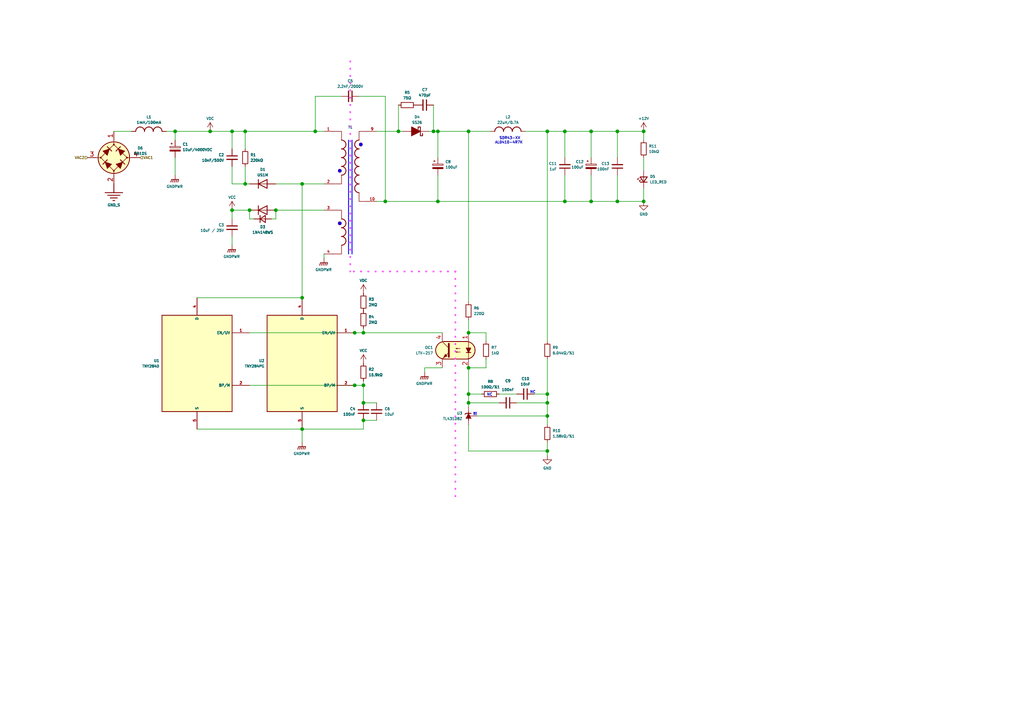
<source format=kicad_sch>
(kicad_sch (version 20230121) (generator eeschema)
  (paper "A4")
  (lib_symbols
    (symbol "0_Personal:1N4148WS" (pin_numbers hide) (pin_names (offset 0.254) hide)
      (property "Reference" "D6" (at 0 -2.3178 0))
      (property "Value" "1N4148WS" (at 0 -3.9055 0))
      (symbol "1N4148WS_0_1"
        (polyline (pts (xy -0.762 -1.016) (xy -0.762 1.016)) (stroke (width 0.254)))
        (polyline (pts (xy -0.762 0) (xy 0.762 0)))
        (polyline (pts (xy 0.762 -1.016) (xy -0.762 0) (xy 0.762 1.016) (xy 0.762 -1.016)) (stroke (width 0.254)))
      )
      (symbol "1N4148WS_1_1"
        (pin passive line (at -2.54 0 0) (length 1.778) (name "K") (number "1"))
        (pin passive line (at 2.54 0 180) (length 1.778) (name "A") (number "2"))
      )
    )
    (symbol "0_Personal:C_Polarized_Small" (pin_numbers hide) (pin_names (offset 0.254) hide)
      (property "Reference" "C" (at 0.254 1.778 0))
      (property "Value" "C_Polarized_Small" (at 0.254 -2.032 0))
      (symbol "C_Polarized_Small_0_1"
        (rectangle (start -1.524 -0.3048) (end 1.524 -0.6858) (fill (type outline)))
        (rectangle (start -1.524 0.6858) (end 1.524 0.3048))
        (polyline (pts (xy -1.27 1.524) (xy -0.762 1.524)))
        (polyline (pts (xy -1.016 1.27) (xy -1.016 1.778)))
      )
      (symbol "C_Polarized_Small_1_1"
        (pin passive line (at 0 2.54 270) (length 1.8542) (name "~") (number "1"))
        (pin passive line (at 0 -2.54 90) (length 1.8542) (name "~") (number "2"))
      )
    )
    (symbol "0_Personal:C_Small" (pin_numbers hide) (pin_names (offset 0.254) hide)
      (property "Reference" "C" (at 0.254 1.778 0))
      (property "Value" "C_Small" (at 0.254 -2.032 0))
      (symbol "C_Small_0_1"
        (polyline (pts (xy -1.524 -0.508) (xy 1.524 -0.508)) (stroke (width 0.3302)))
        (polyline (pts (xy -1.524 0.508) (xy 1.524 0.508)) (stroke (width 0.3048)))
      )
      (symbol "C_Small_1_1"
        (pin passive line (at 0 2.54 270) (length 2.032) (name "~") (number "1"))
        (pin passive line (at 0 -2.54 90) (length 2.032) (name "~") (number "2"))
      )
    )
    (symbol "0_Personal:LED_603" (pin_numbers hide) (pin_names (offset 0.254) hide)
      (property "Reference" "D5" (at 1.2756 -1.778 90))
      (property "Value" "LED_RED" (at -1.1486 -1.778 90))
      (symbol "LED_603_0_1"
        (polyline (pts (xy -0.762 -1.016) (xy -0.762 1.016)) (stroke (width 0.254)))
        (polyline (pts (xy 1.016 0) (xy -0.762 0)))
        (polyline (pts (xy 0.762 -1.016) (xy -0.762 0) (xy 0.762 1.016) (xy 0.762 -1.016)) (stroke (width 0.254)))
        (polyline (pts (xy 0 0.762) (xy -0.508 1.27) (xy -0.254 1.27) (xy -0.508 1.27) (xy -0.508 1.016)))
        (polyline (pts (xy 0.508 1.27) (xy 0 1.778) (xy 0.254 1.778) (xy 0 1.778) (xy 0 1.524)))
      )
      (symbol "LED_603_1_1"
        (pin passive line (at -2.54 0 0) (length 1.778) (name "K") (number "1"))
        (pin passive line (at 2.54 0 180) (length 1.778) (name "A") (number "2"))
      )
    )
    (symbol "0_Personal:LL4148" (pin_numbers hide) (pin_names (offset 1.016) hide)
      (property "Reference" "D" (at 0 2.54 0))
      (property "Value" "LL4148" (at 0 -2.54 0))
      (symbol "LL4148_0_1"
        (polyline (pts (xy -1.27 1.27) (xy -1.27 -1.27)) (stroke (width 0.254)))
        (polyline (pts (xy 1.27 0) (xy -1.27 0)))
        (polyline (pts (xy 1.27 1.27) (xy 1.27 -1.27) (xy -1.27 0) (xy 1.27 1.27)) (stroke (width 0.254)))
      )
      (symbol "LL4148_1_1"
        (pin passive line (at -3.81 0 0) (length 2.54) (name "K") (number "1"))
        (pin passive line (at 3.81 0 180) (length 2.54) (name "A") (number "2"))
      )
    )
    (symbol "0_Personal:L_1mH/100mA"
      (property "Reference" "L1" (at 5.08 2.5718 0))
      (symbol "L_1mH/100mA_1_0"
        (arc (start 2.54 1.27) (mid 1.642 0.898) (end 1.27 0) (stroke (width 0.254)))
        (arc (start 3.81 0) (mid 3.438 0.898) (end 2.54 1.27) (stroke (width 0.254)))
        (arc (start 5.08 1.27) (mid 4.182 0.898) (end 3.81 0) (stroke (width 0.254)))
        (arc (start 6.35 0) (mid 5.978 0.898) (end 5.08 1.27) (stroke (width 0.254)))
        (arc (start 7.62 1.27) (mid 6.722 0.898) (end 6.35 0) (stroke (width 0.254)))
        (arc (start 8.89 0) (mid 8.518 0.898) (end 7.62 1.27) (stroke (width 0.254)))
        (pin passive line (at 0 0 0) (length 1.27) (name "1") (number "1"))
        (pin passive line (at 10.16 0 180) (length 1.27) (name "2") (number "2"))
      )
    )
    (symbol "0_Personal:R_Small" (pin_numbers hide) (pin_names (offset 0.254) hide)
      (property "Reference" "R" (at 0.762 0.508 0))
      (property "Value" "R_Small" (at 0.762 -1.016 0))
      (symbol "R_Small_0_1"
        (rectangle (start -0.762 1.778) (end 0.762 -1.778) (stroke (width 0.2032)))
      )
      (symbol "R_Small_1_1"
        (pin passive line (at 0 2.54 270) (length 0.762) (name "~") (number "1"))
        (pin passive line (at 0 -2.54 90) (length 0.762) (name "~") (number "2"))
      )
    )
    (symbol "0_Personal:TNY284DPG"
      (property "Reference" "U2" (at -10.922 -17.8379 0))
      (property "Value" "TNY284D" (at -10.922 -20.2621 0))
      (symbol "TNY284DPG_1_0"
        (rectangle (start 10.16 -5.08) (end -10.16 -33.02) (stroke (width 0.254)) (fill (type background)))
        (pin passive line (at 15.24 -10.16 180) (length 5.08) (name "EN/UV") (number "1"))
        (pin passive line (at 15.24 -25.4 180) (length 5.08) (name "BP/M") (number "2"))
        (pin passive line (at 0 0 270) (length 5.08) (name "D") (number "4"))
        (pin passive line (at 0 -38.1 90) (length 5.08) (name "S") (number "5"))
      )
    )
    (symbol "0_Personal:TNY284D_SMD"
      (property "Reference" "U1" (at -10.16 -10.16 0))
      (property "Value" "TNY284D" (at -10.16 -7.62 0))
      (symbol "TNY284D_SMD_1_0"
        (rectangle (start 10.16 -5.08) (end -10.16 -33.02) (stroke (width 0.254)) (fill (type background)))
        (pin passive line (at 15.24 -10.16 180) (length 5.08) (name "EN/UV") (number "1"))
        (pin passive line (at 15.24 -25.4 180) (length 5.08) (name "BP/M") (number "2"))
        (pin passive line (at 0 0 270) (length 5.08) (name "D") (number "4"))
        (pin passive line (at 0 -38.1 90) (length 5.08) (name "S") (number "5"))
      )
    )
    (symbol "0_Personal:US1M" (pin_numbers hide) (pin_names (offset 1.016) hide)
      (property "Reference" "D" (at 0 2.54 0))
      (property "Value" "US1M" (at 0 -2.54 0))
      (symbol "US1M_0_1"
        (polyline (pts (xy -1.27 1.27) (xy -1.27 -1.27)) (stroke (width 0.254)))
        (polyline (pts (xy 1.27 0) (xy -1.27 0)))
        (polyline (pts (xy 1.27 1.27) (xy 1.27 -1.27) (xy -1.27 0) (xy 1.27 1.27)) (stroke (width 0.254)))
      )
      (symbol "US1M_1_1"
        (pin passive line (at -3.81 0 0) (length 2.54) (name "K") (number "1"))
        (pin passive line (at 3.81 0 180) (length 2.54) (name "A") (number "2"))
      )
    )
    (symbol "0_Personal:smps_trafo_3Winding_TNY284"
      (property "Reference" "T1" (at 2.286 0.762 0))
      (symbol "smps_trafo_3Winding_TNY284_0_1"
        (polyline (pts (xy 2.54 -22.86) (xy 5.08 -22.86) (xy 5.08 -25.4)))
        (polyline (pts (xy 5.08 -33.02) (xy 5.08 -35.56) (xy 2.54 -35.56)))
        (polyline (pts (xy 5.08 -12.7) (xy 5.08 -15.24) (xy 2.54 -15.24)))
        (polyline (pts (xy 5.08 -2.54) (xy 5.08 0) (xy 2.54 0)))
        (polyline (pts (xy 12.7 -20.32) (xy 10.16 -20.32) (xy 10.16 -17.78)))
        (polyline (pts (xy 12.7 0) (xy 10.16 0) (xy 10.16 -2.54)))
      )
      (symbol "smps_trafo_3Winding_TNY284_1_0"
        (polyline (pts (xy 7.112 -15.24) (xy 7.112 -35.56)) (stroke (width 0.254) (color 0 0 255 1)))
        (polyline (pts (xy 7.112 -2.54) (xy 7.112 -15.24)) (stroke (width 0.254) (color 0 0 255 1)))
        (polyline (pts (xy 8.128 -2.54) (xy 8.128 -35.56)) (stroke (width 0.254) (color 0 0 255 1)))
        (circle (center 4.572 -26.67) (radius 0.508) (stroke (width 0.0001)) (fill (type color) (color 0 0 255 1)))
        (circle (center 4.572 -11.43) (radius 0.508) (stroke (width 0.0001)) (fill (type color) (color 0 0 255 1)))
        (arc (start 5.08 -33.02) (mid 6.3445 -31.75) (end 5.08 -30.48) (stroke (width 0.254)))
        (arc (start 5.08 -30.48) (mid 6.3445 -29.21) (end 5.08 -27.94) (stroke (width 0.254)))
        (arc (start 5.08 -27.94) (mid 6.3445 -26.67) (end 5.08 -25.4) (stroke (width 0.254)))
        (arc (start 5.08 -12.7) (mid 6.3445 -11.43) (end 5.08 -10.16) (stroke (width 0.254)))
        (arc (start 5.08 -10.16) (mid 6.3445 -8.89) (end 5.08 -7.62) (stroke (width 0.254)))
        (arc (start 5.08 -7.62) (mid 6.3445 -6.35) (end 5.08 -5.08) (stroke (width 0.254)))
        (arc (start 5.08 -5.08) (mid 6.3445 -3.81) (end 5.08 -2.54) (stroke (width 0.254)))
        (arc (start 10.16 -15.24) (mid 8.8955 -16.51) (end 10.16 -17.78) (stroke (width 0.254)))
        (arc (start 10.16 -12.7) (mid 8.8955 -13.97) (end 10.16 -15.24) (stroke (width 0.254)))
        (arc (start 10.16 -10.16) (mid 8.8955 -11.43) (end 10.16 -12.7) (stroke (width 0.254)))
        (arc (start 10.16 -7.62) (mid 8.8955 -8.89) (end 10.16 -10.16) (stroke (width 0.254)))
        (arc (start 10.16 -5.08) (mid 8.8955 -6.35) (end 10.16 -7.62) (stroke (width 0.254)))
        (arc (start 10.16 -2.54) (mid 8.8955 -3.81) (end 10.16 -5.08) (stroke (width 0.254)))
        (circle (center 10.668 -3.81) (radius 0.508) (stroke (width 0.0001)) (fill (type color) (color 0 0 255 1)))
        (pin passive line (at 0 0 0) (length 2.54) (name "1") (number "1"))
        (pin passive line (at 15.24 -20.32 180) (length 2.54) (name "10") (number "10"))
        (pin passive line (at 0 -15.24 0) (length 2.54) (name "2") (number "2"))
        (pin passive line (at 0 -22.86 0) (length 2.54) (name "3") (number "3"))
        (pin passive line (at 0 -35.56 0) (length 2.54) (name "4") (number "4"))
        (pin passive line (at 15.24 0 180) (length 2.54) (name "9") (number "9"))
      )
    )
    (symbol "Diode_Bridge_AKL:MB10S" (pin_names (offset 1.016) hide)
      (property "Reference" "D" (at 5.08 7.62 0))
      (property "Value" "MB10S" (at 5.08 5.08 0))
      (symbol "MB10S_0_1"
        (circle (center -3.81 0) (radius 0.1778) (fill (type outline)))
        (polyline (pts (xy -5.08 0) (xy -3.81 0)))
        (polyline (pts (xy -1.905 -0.635) (xy -3.175 -1.905)) (stroke (width 0.254)))
        (polyline (pts (xy -1.905 3.175) (xy -0.635 1.905)) (stroke (width 0.254)))
        (polyline (pts (xy 0 -5.08) (xy 0 -3.81)))
        (polyline (pts (xy 0 5.08) (xy 0 3.81)))
        (polyline (pts (xy 1.905 3.175) (xy 0.635 1.905)) (stroke (width 0.254)))
        (polyline (pts (xy 3.175 -1.905) (xy 1.905 -0.635)) (stroke (width 0.254)))
        (polyline (pts (xy 5.08 0) (xy 3.81 0)))
        (polyline (pts (xy -2.54 -1.27) (xy -1.905 -3.175) (xy -0.635 -1.905) (xy -2.54 -1.27)) (fill (type outline)))
        (polyline (pts (xy -1.27 2.54) (xy -1.905 0.635) (xy -3.175 1.905) (xy -1.27 2.54)) (fill (type outline)))
        (polyline (pts (xy 1.27 2.54) (xy 3.175 1.905) (xy 1.905 0.635) (xy 1.27 2.54)) (fill (type outline)))
        (polyline (pts (xy 2.54 -1.27) (xy 0.635 -1.905) (xy 1.905 -3.175) (xy 2.54 -1.27)) (fill (type outline)))
        (polyline (pts (xy 0 3.81) (xy -3.81 0) (xy 0 -3.81) (xy 3.81 0) (xy 0 3.81)))
        (circle (center 0 0) (radius 4.572) (stroke (width 0.254)) (fill (type background)))
      )
      (symbol "MB10S_1_1"
        (circle (center 0 -3.81) (radius 0.1778) (fill (type outline)))
        (circle (center 0 3.81) (radius 0.1778) (fill (type outline)))
        (circle (center 3.81 0) (radius 0.1778) (fill (type outline)))
        (pin passive line (at 0 7.62 270) (length 2.54) (name "+") (number "1"))
        (pin passive line (at 0 -7.62 90) (length 2.54) (name "-") (number "2"))
        (pin passive line (at -7.62 0 0) (length 2.54) (name "1") (number "3"))
        (pin passive line (at 7.62 0 180) (length 2.54) (name "2") (number "4"))
      )
    )
    (symbol "Diode_Schottky_AKL:SS26" (pin_numbers hide) (pin_names (offset 1.016) hide)
      (property "Reference" "D" (at 0 5.08 0))
      (property "Value" "SS26" (at 0 2.54 0))
      (symbol "SS26_0_1"
        (polyline (pts (xy -1.27 0) (xy 1.27 0)))
        (polyline (pts (xy -1.27 -1.27) (xy -1.27 1.27) (xy 1.27 0) (xy -1.27 -1.27)) (stroke (width 0.254)) (fill (type outline)))
        (polyline (pts (xy 1.905 -0.635) (xy 1.905 -1.27) (xy 1.27 -1.27) (xy 1.27 1.27) (xy 0.635 1.27) (xy 0.635 0.635)) (stroke (width 0.254)))
      )
      (symbol "SS26_1_1"
        (pin passive line (at 3.81 0 180) (length 2.54) (name "K") (number "1"))
        (pin passive line (at -3.81 0 0) (length 2.54) (name "A") (number "2"))
      )
    )
    (symbol "MPPT_3KW_HARDWARE_NOAC-altium-import:GND_S" (power)
      (property "Reference" "#PWR" (at 0 0 0))
      (property "Value" "GND_S" (at 0 6.35 0))
      (symbol "GND_S_0_0"
        (polyline (pts (xy -2.54 -2.54) (xy 2.54 -2.54)) (stroke (width 0.254)))
        (polyline (pts (xy -1.778 -3.302) (xy 1.778 -3.302)) (stroke (width 0.254)))
        (polyline (pts (xy -1.016 -4.064) (xy 1.016 -4.064)) (stroke (width 0.254)))
        (polyline (pts (xy -0.254 -4.826) (xy 0.254 -4.826)) (stroke (width 0.254)))
        (polyline (pts (xy 0 0) (xy 0 -2.54)) (stroke (width 0.254)))
        (pin power_in line (at 0 0 0) (length 0) hide (name "GND_S") (number ""))
      )
    )
    (symbol "Optocoupler_AKL:LTV-217" (pin_names (offset 1.016))
      (property "Reference" "OC" (at -6.35 8.89 0))
      (property "Value" "LTV-217" (at -6.35 6.35 0))
      (symbol "LTV-217_0_1"
        (arc (start -3.1975 2.54) (mid -5.7151 0) (end -3.1975 -2.54) (stroke (width 0.254)))
        (polyline (pts (xy -4.445 -0.635) (xy -3.175 -0.635)) (stroke (width 0.254)))
        (polyline (pts (xy -3.175 2.54) (xy 3.175 2.54)) (stroke (width 0.254)))
        (polyline (pts (xy 1.905 0.635) (xy 3.81 2.54)))
        (polyline (pts (xy 3.175 -2.54) (xy -3.175 -2.54)) (stroke (width 0.254)))
        (polyline (pts (xy 3.81 -2.54) (xy 1.905 -0.635)) (fill (type outline)))
        (polyline (pts (xy -3.81 -2.54) (xy -3.81 -1.27) (xy -3.81 2.54)) (stroke (width 0.1524)))
        (polyline (pts (xy 1.905 1.905) (xy 1.905 -1.905) (xy 1.905 -1.905)) (stroke (width 0.508)))
        (polyline (pts (xy -3.81 -0.635) (xy -4.445 0.635) (xy -3.175 0.635) (xy -3.81 -0.635)) (stroke (width 0.254)) (fill (type outline)))
        (polyline (pts (xy -1.397 -0.508) (xy -0.127 -0.508) (xy -0.508 -0.635) (xy -0.508 -0.381) (xy -0.127 -0.508)))
        (polyline (pts (xy -1.397 0.508) (xy -0.127 0.508) (xy -0.508 0.381) (xy -0.508 0.635) (xy -0.127 0.508)))
        (polyline (pts (xy 2.413 -1.651) (xy 2.921 -1.143) (xy 3.429 -2.159) (xy 2.413 -1.651) (xy 2.413 -1.651)) (fill (type outline)))
        (polyline (pts (xy -2.54 2.54) (xy 3.429 2.54) (xy 4.318 2.286) (xy 4.699 2.032) (xy 5.08 1.651) (xy 5.461 1.016) (xy 5.715 0.381) (xy 5.715 -0.381) (xy 5.461 -1.143) (xy 4.826 -1.905) (xy 4.191 -2.286) (xy 3.302 -2.54) (xy -3.81 -2.54) (xy -3.81 -2.54) (xy -4.572 -2.032) (xy -5.08 -1.778) (xy -5.588 -0.508) (xy -5.588 0.254) (xy -5.588 1.016) (xy -5.08 1.778) (xy -4.318 2.286) (xy -3.556 2.54) (xy -2.54 2.54)) (stroke (width 0.01)) (fill (type background)))
        (arc (start 3.1975 -2.54) (mid 5.7151 0) (end 3.1975 2.54) (stroke (width 0.254)))
      )
      (symbol "LTV-217_1_1"
        (pin passive line (at -3.81 5.08 270) (length 2.54) (name "~") (number "1"))
        (pin passive line (at -3.81 -5.08 90) (length 2.54) (name "~") (number "2"))
        (pin passive line (at 3.81 -5.08 90) (length 2.54) (name "~") (number "3"))
        (pin passive line (at 3.81 5.08 270) (length 2.54) (name "~") (number "4"))
      )
    )
    (symbol "Reference_Voltage:TL431DBZ" (pin_numbers hide) (pin_names hide)
      (property "Reference" "U2" (at -2.54 -5.08 0))
      (property "Value" "TL431DBZ" (at 0 -7.62 0))
      (symbol "TL431DBZ_0_1"
        (polyline (pts (xy -1.27 0) (xy 0 0) (xy 1.27 0)))
        (polyline (pts (xy -0.762 0.762) (xy 0.762 0) (xy -0.762 -0.762)) (fill (type outline)))
        (polyline (pts (xy 0.508 -1.016) (xy 0.762 -0.762) (xy 0.762 0.762) (xy 0.762 0.762)) (stroke (width 0.254)))
      )
      (symbol "TL431DBZ_1_1"
        (pin passive line (at 2.54 0 180) (length 2.54) (name "K") (number "1"))
        (pin passive line (at 0 2.54 270) (length 2.54) (name "REF") (number "2"))
        (pin passive line (at -2.54 0 0) (length 2.54) (name "A") (number "3"))
      )
    )
    (symbol "power:+12V" (power) (pin_names (offset 0))
      (property "Value" "+12V" (at 0 3.556 0))
      (symbol "+12V_0_1"
        (polyline (pts (xy -0.762 1.27) (xy 0 2.54)))
        (polyline (pts (xy 0 0) (xy 0 2.54)))
        (polyline (pts (xy 0 2.54) (xy 0.762 1.27)))
      )
      (symbol "+12V_1_1"
        (pin power_in line (at 0 0 90) (length 0) hide (name "+12V") (number "1"))
      )
    )
    (symbol "power:GND" (power) (pin_names (offset 0))
      (property "Value" "GND" (at 0 -3.81 0))
      (symbol "GND_0_1"
        (polyline (pts (xy 0 0) (xy 0 -1.27) (xy 1.27 -1.27) (xy 0 -2.54) (xy -1.27 -1.27) (xy 0 -1.27)))
      )
      (symbol "GND_1_1"
        (pin power_in line (at 0 0 270) (length 0) hide (name "GND") (number "1"))
      )
    )
    (symbol "power:GNDPWR" (power) (pin_names (offset 0))
      (property "Value" "GNDPWR" (at 0 -3.302 0))
      (symbol "GNDPWR_0_1"
        (polyline (pts (xy 0 -1.27) (xy 0 0)))
        (polyline (pts (xy -1.016 -1.27) (xy -1.27 -2.032) (xy -1.27 -2.032)) (stroke (width 0.2032)))
        (polyline (pts (xy -0.508 -1.27) (xy -0.762 -2.032) (xy -0.762 -2.032)) (stroke (width 0.2032)))
        (polyline (pts (xy 0 -1.27) (xy -0.254 -2.032) (xy -0.254 -2.032)) (stroke (width 0.2032)))
        (polyline (pts (xy 0.508 -1.27) (xy 0.254 -2.032) (xy 0.254 -2.032)) (stroke (width 0.2032)))
        (polyline (pts (xy 1.016 -1.27) (xy -1.016 -1.27) (xy -1.016 -1.27)) (stroke (width 0.2032)))
        (polyline (pts (xy 1.016 -1.27) (xy 0.762 -2.032) (xy 0.762 -2.032) (xy 0.762 -2.032)) (stroke (width 0.2032)))
      )
      (symbol "GNDPWR_1_1"
        (pin power_in line (at 0 0 270) (length 0) hide (name "GNDPWR") (number "1"))
      )
    )
    (symbol "power:VCC" (power) (pin_names (offset 0))
      (property "Value" "VCC" (at 0 3.81 0))
      (symbol "VCC_0_1"
        (polyline (pts (xy -0.762 1.27) (xy 0 2.54)))
        (polyline (pts (xy 0 0) (xy 0 2.54)))
        (polyline (pts (xy 0 2.54) (xy 0.762 1.27)))
      )
      (symbol "VCC_1_1"
        (pin power_in line (at 0 0 90) (length 0) hide (name "VCC") (number "1"))
      )
    )
    (symbol "power:VDC" (power) (pin_names (offset 0))
      (property "Value" "VDC" (at 0 6.35 0))
      (symbol "VDC_0_1"
        (polyline (pts (xy -0.762 1.27) (xy 0 2.54)))
        (polyline (pts (xy 0 0) (xy 0 2.54)))
        (polyline (pts (xy 0 2.54) (xy 0.762 1.27)))
      )
      (symbol "VDC_1_1"
        (pin power_in line (at 0 0 90) (length 0) hide (name "VDC") (number "1"))
      )
    )
    (symbol "root_0_Inductor_2"
      (property "Reference" "L1" (at 5.08 4.1596 0))
      (property "Value" "22uH/0.7A" (at 5.08 2.5719 0))
      (symbol "root_0_Inductor_2_1_0"
        (arc (start 2.54 1.27) (mid 1.642 0.898) (end 1.27 0) (stroke (width 0.254)))
        (arc (start 3.81 0) (mid 3.438 0.898) (end 2.54 1.27) (stroke (width 0.254)))
        (arc (start 5.08 1.27) (mid 4.182 0.898) (end 3.81 0) (stroke (width 0.254)))
        (arc (start 6.35 0) (mid 5.978 0.898) (end 5.08 1.27) (stroke (width 0.254)))
        (arc (start 7.62 1.27) (mid 6.722 0.898) (end 6.35 0) (stroke (width 0.254)))
        (arc (start 8.89 0) (mid 8.518 0.898) (end 7.62 1.27) (stroke (width 0.254)))
        (pin passive line (at 0 0 0) (length 1.27) (name "1") (number "1"))
        (pin passive line (at 10.16 0 180) (length 1.27) (name "2") (number "2"))
      )
    )
  )
  (junction (at 87.63 124.46))
  (junction (at 163.83 58.42))
  (junction (at 60.96 38.1))
  (junction (at 158.75 120.65))
  (junction (at 179.07 58.42))
  (junction (at 127 38.1))
  (junction (at 115.57 38.1))
  (junction (at 179.07 38.1))
  (junction (at 87.63 86.36))
  (junction (at 67.31 60.96))
  (junction (at 102.87 96.52))
  (junction (at 111.76 58.42))
  (junction (at 127 58.42))
  (junction (at 186.69 58.42))
  (junction (at 71.12 38.1))
  (junction (at 105.41 116.84))
  (junction (at 102.87 111.76))
  (junction (at 135.89 116.84))
  (junction (at 158.75 116.84))
  (junction (at 135.89 114.3))
  (junction (at 105.41 96.52))
  (junction (at 158.75 130.81))
  (junction (at 163.83 38.1))
  (junction (at 135.89 106.68))
  (junction (at 80.01 60.96))
  (junction (at 67.31 38.1))
  (junction (at 125.73 38.1))
  (junction (at 135.89 96.52))
  (junction (at 158.75 114.3))
  (junction (at 186.69 38.1))
  (junction (at 72.39 60.96))
  (junction (at 135.89 38.1))
  (junction (at 171.45 58.42))
  (junction (at 105.41 121.92))
  (junction (at 158.75 38.1))
  (junction (at 105.41 111.76))
  (junction (at 50.8 38.1))
  (junction (at 71.12 53.34))
  (junction (at 87.63 53.34))
  (junction (at 171.45 38.1))
  (junction (at 91.44 38.1))
  (wire (pts (xy 140.97 106.68) (xy 135.89 106.68)))
  (wire (pts (xy 158.75 114.3) (xy 158.75 116.84)))
  (wire (pts (xy 135.89 114.3) (xy 135.89 116.84)))
  (wire (pts (xy 60.96 38.1) (xy 67.31 38.1)))
  (wire (pts (xy 163.83 58.42) (xy 127 58.42)))
  (wire (pts (xy 142.24 38.1) (xy 135.89 38.1)))
  (wire (pts (xy 158.75 99.06) (xy 158.75 38.1)))
  (wire (pts (xy 67.31 60.96) (xy 72.39 60.96)))
  (wire (pts (xy 186.69 45.72) (xy 186.69 49.53)))
  (wire (pts (xy 57.15 124.46) (xy 87.63 124.46)))
  (wire (pts (xy 73.66 63.5) (xy 72.39 63.5)))
  (wire (pts (xy 57.15 86.36) (xy 87.63 86.36)))
  (wire (pts (xy 71.12 48.26) (xy 71.12 53.34)))
  (wire (pts (xy 50.8 38.1) (xy 50.8 40.64)))
  (wire (pts (xy 80.01 60.96) (xy 93.98 60.96)))
  (wire (pts (xy 71.12 53.34) (xy 67.31 53.34)))
  (wire (pts (xy 111.76 58.42) (xy 109.22 58.42)))
  (wire (pts (xy 132.08 78.74) (xy 101.6 78.74)) (stroke (width 0.5) (type dot) (color 253 72 255 1)))
  (wire (pts (xy 93.98 38.1) (xy 91.44 38.1)))
  (wire (pts (xy 171.45 58.42) (xy 163.83 58.42)))
  (wire (pts (xy 115.57 38.1) (xy 115.57 30.48)))
  (wire (pts (xy 105.41 95.25) (xy 105.41 96.52)))
  (wire (pts (xy 125.73 38.1) (xy 127 38.1)))
  (wire (pts (xy 105.41 121.92) (xy 105.41 124.46)))
  (wire (pts (xy 93.98 74.93) (xy 93.98 73.66)))
  (wire (pts (xy 149.86 116.84) (xy 158.75 116.84)))
  (wire (pts (xy 140.97 96.52) (xy 135.89 96.52)))
  (wire (pts (xy 105.41 110.49) (xy 105.41 111.76)))
  (wire (pts (xy 127 38.1) (xy 135.89 38.1)))
  (wire (pts (xy 72.39 96.52) (xy 102.87 96.52)))
  (wire (pts (xy 123.19 107.95) (xy 123.19 106.68)))
  (wire (pts (xy 71.12 38.1) (xy 67.31 38.1)))
  (wire (pts (xy 109.22 38.1) (xy 115.57 38.1)))
  (wire (pts (xy 71.12 53.34) (xy 72.39 53.34)))
  (wire (pts (xy 158.75 120.65) (xy 158.75 123.19)))
  (wire (pts (xy 50.8 50.8) (xy 50.8 45.72)))
  (wire (pts (xy 80.01 63.5) (xy 80.01 60.96)))
  (wire (pts (xy 127 50.8) (xy 127 58.42)))
  (wire (pts (xy 105.41 124.46) (xy 87.63 124.46)))
  (wire (pts (xy 125.73 30.48) (xy 125.73 38.1)))
  (wire (pts (xy 125.73 38.1) (xy 124.46 38.1)))
  (wire (pts (xy 140.97 96.52) (xy 140.97 99.06)))
  (wire (pts (xy 135.89 92.71) (xy 135.89 96.52)))
  (wire (pts (xy 101.6 17.78) (xy 101.6 78.74)) (stroke (width 0.5) (type dot) (color 253 72 255 1)))
  (wire (pts (xy 50.8 38.1) (xy 60.96 38.1)))
  (wire (pts (xy 138.43 120.65) (xy 158.75 120.65)))
  (wire (pts (xy 102.87 96.52) (xy 105.41 96.52)))
  (wire (pts (xy 78.74 63.5) (xy 80.01 63.5)))
  (wire (pts (xy 135.89 116.84) (xy 135.89 118.11)))
  (wire (pts (xy 135.89 130.81) (xy 158.75 130.81)))
  (wire (pts (xy 135.89 123.19) (xy 135.89 130.81)))
  (wire (pts (xy 67.31 63.5) (xy 67.31 60.96)))
  (wire (pts (xy 171.45 58.42) (xy 179.07 58.42)))
  (wire (pts (xy 111.76 27.94) (xy 111.76 58.42)))
  (wire (pts (xy 109.22 121.92) (xy 105.41 121.92)))
  (wire (pts (xy 50.8 38.1) (xy 48.26 38.1)))
  (wire (pts (xy 144.78 116.84) (xy 135.89 116.84)))
  (wire (pts (xy 109.22 116.84) (xy 105.41 116.84)))
  (wire (pts (xy 158.75 104.14) (xy 158.75 114.3)))
  (wire (pts (xy 67.31 38.1) (xy 67.31 43.18)))
  (wire (pts (xy 115.57 38.1) (xy 116.84 38.1)))
  (wire (pts (xy 87.63 86.36) (xy 87.63 53.34)))
  (wire (pts (xy 179.07 50.8) (xy 179.07 58.42)))
  (wire (pts (xy 179.07 58.42) (xy 186.69 58.42)))
  (wire (pts (xy 135.89 106.68) (xy 135.89 114.3)))
  (wire (pts (xy 91.44 38.1) (xy 71.12 38.1)))
  (wire (pts (xy 132.08 78.74) (xy 132.08 144.78)) (stroke (width 0.5) (type dot) (color 253 72 255 1)))
  (wire (pts (xy 158.75 128.27) (xy 158.75 130.81)))
  (wire (pts (xy 163.83 50.8) (xy 163.83 58.42)))
  (wire (pts (xy 171.45 38.1) (xy 179.07 38.1)))
  (wire (pts (xy 163.83 38.1) (xy 163.83 45.72)))
  (wire (pts (xy 135.89 114.3) (xy 139.7 114.3)))
  (wire (pts (xy 135.89 38.1) (xy 135.89 87.63)))
  (wire (pts (xy 72.39 63.5) (xy 72.39 60.96)))
  (wire (pts (xy 186.69 54.61) (xy 186.69 58.42)))
  (wire (pts (xy 179.07 45.72) (xy 179.07 38.1)))
  (wire (pts (xy 152.4 38.1) (xy 158.75 38.1)))
  (wire (pts (xy 104.14 27.94) (xy 111.76 27.94)))
  (wire (pts (xy 140.97 104.14) (xy 140.97 106.68)))
  (wire (pts (xy 91.44 27.94) (xy 91.44 38.1)))
  (wire (pts (xy 67.31 48.26) (xy 67.31 53.34)))
  (wire (pts (xy 105.41 116.84) (xy 105.41 111.76)))
  (wire (pts (xy 72.39 111.76) (xy 102.87 111.76)))
  (wire (pts (xy 158.75 132.08) (xy 158.75 130.81)))
  (wire (pts (xy 33.02 38.1) (xy 38.1 38.1)))
  (wire (pts (xy 93.98 53.34) (xy 87.63 53.34)))
  (wire (pts (xy 67.31 71.12) (xy 67.31 68.58)))
  (wire (pts (xy 71.12 38.1) (xy 71.12 43.18)))
  (wire (pts (xy 171.45 45.72) (xy 171.45 38.1)))
  (wire (pts (xy 158.75 116.84) (xy 158.75 120.65)))
  (wire (pts (xy 186.69 38.1) (xy 186.69 40.64)))
  (wire (pts (xy 80.01 53.34) (xy 87.63 53.34)))
  (wire (pts (xy 171.45 38.1) (xy 163.83 38.1)))
  (wire (pts (xy 171.45 50.8) (xy 171.45 58.42)))
  (wire (pts (xy 87.63 128.27) (xy 87.63 124.46)))
  (wire (pts (xy 144.78 114.3) (xy 149.86 114.3)))
  (wire (pts (xy 123.19 106.68) (xy 128.27 106.68)))
  (wire (pts (xy 99.06 27.94) (xy 91.44 27.94)))
  (wire (pts (xy 111.76 58.42) (xy 127 58.42)))
  (wire (pts (xy 105.41 96.52) (xy 128.27 96.52)))
  (wire (pts (xy 154.94 114.3) (xy 158.75 114.3)))
  (wire (pts (xy 127 38.1) (xy 127 45.72)))
  (wire (pts (xy 105.41 111.76) (xy 102.87 111.76)))
  (wire (pts (xy 179.07 38.1) (xy 186.69 38.1)))
  (wire (pts (xy 158.75 38.1) (xy 163.83 38.1)))
  (text "!!!" (at 137.16 120.65 0) (effects (font (size 0.75 0.75)) (justify left bottom)))
  (text "NC" (at 141.1564 115.0473 0) (effects (font (size 0.75 0.75)) (justify left bottom)))
  (text "AL0410-4R7K" (at 143.51 41.91 0) (effects (font (size 0.75 0.75)) (justify left bottom)))
  (text "NC" (at 153.67 114.3 0) (effects (font (size 0.75 0.75)) (justify left bottom)))
  (text "SDR43-XX" (at 144.78 40.64 0) (effects (font (size 0.75 0.75)) (justify left bottom)))
  (hierarchical_label "VAC2" (shape input) (at 25.4 45.72 180) (effects (font (size 0.75 0.75))))
  (hierarchical_label "VAC1" (shape input) (at 40.64 45.72 0) (effects (font (size 0.75 0.75))))
  (symbol (lib_id "power:GNDPWR") (at 50.8 50.8 0) (unit 1)
    (property "Reference" "#PWR01" (effects hide))
    (property "Value" "GNDPWR" (at 50.673 54.1084 0) (effects (font (size 0.75 0.75))))
  )
  (symbol (lib_id "0_Personal:C_Small") (at 179.07 48.26 0) (mirror x) (unit 1)
    (property "Reference" "C13" (at 176.7459 47.4597 0) (effects (font (size 0.75 0.75)) (justify right)))
    (property "Value" "100nF" (at 176.7459 49.0474 0) (effects (font (size 0.75 0.75)) (justify right)))
    (property "Footprint" "0_Personal:C_0603_1608Metric_Per" (effects hide))
  )
  (symbol (lib_id "0_Personal:C_Small") (at 163.83 48.26 0) (mirror x) (unit 1)
    (property "Reference" "C11" (at 161.5059 47.4597 0) (effects (font (size 0.75 0.75)) (justify right)))
    (property "Value" "1uF" (at 161.5059 49.0474 0) (effects (font (size 0.75 0.75)) (justify right)))
    (property "Footprint" "0_Personal:C_0603_1608Metric_Per" (effects hide))
  )
  (symbol (lib_id "power:GNDPWR") (at 93.98 74.93 0) (unit 1)
    (property "Reference" "#PWR06" (effects hide))
    (property "Value" "GNDPWR" (at 93.853 78.2384 0) (effects (font (size 0.75 0.75))))
  )
  (symbol (lib_id "Reference_Voltage:TL431DBZ") (at 135.89 120.65 270) (mirror x) (unit 1)
    (property "Reference" "U3" (at 134.1121 119.8561 90) (effects (font (size 0.75 0.75)) (justify right)))
    (property "Value" "TL431DBZ" (at 134.1121 121.4438 90) (effects (font (size 0.75 0.75)) (justify right)))
    (property "Footprint" "Package_TO_SOT_SMD:SOT-23" (effects hide))
    (property "Datasheet" "http://www.ti.com/lit/ds/symlink/tl431.pdf" (effects hide))
  )
  (symbol (lib_id "Diode_Schottky_AKL:SS26") (at 120.65 38.1 0) (unit 1)
    (property "Reference" "D4" (at 120.9675 33.9404 0) (effects (font (size 0.75 0.75))))
    (property "Value" "SS26" (at 120.9675 35.5281 0) (effects (font (size 0.75 0.75))))
    (property "Footprint" "0_Personal:D_SMA_Per" (effects hide))
    (property "Datasheet" "https://www.tme.eu/Document/bdc46a1e3695961d8b3ed7cb93097119/S210.pdf" (effects hide))
  )
  (symbol (lib_id "power:GNDPWR") (at 123.19 107.95 0) (unit 1)
    (property "Reference" "#PWR09" (effects hide))
    (property "Value" "GNDPWR" (at 123.063 111.2584 0) (effects (font (size 0.75 0.75))))
  )
  (symbol (lib_id "0_Personal:R_Small") (at 118.11 30.48 90) (unit 1)
    (property "Reference" "R5" (at 118.11 26.8538 90) (effects (font (size 0.75 0.75))))
    (property "Value" "75Ω" (at 118.11 28.4415 90) (effects (font (size 0.75 0.75))))
    (property "Footprint" "0_Personal:R_0603_1608Metric_Per" (effects hide))
  )
  (symbol (lib_id "power:+12V") (at 186.69 38.1 0) (unit 1)
    (property "Reference" "#PWR011" (effects hide))
    (property "Value" "+12V" (at 186.69 34.3852 0) (effects (font (size 0.75 0.75))))
  )
  (symbol (lib_id "0_Personal:L_1mH/100mA") (at 38.1 38.1 0) (unit 1)
    (property "Reference" "L1" (at 43.18 33.9404 0) (effects (font (size 0.75 0.75))))
    (property "Value" "1mH/100mA" (at 43.18 35.5281 0) (effects (font (size 0.75 0.75))))
    (property "Footprint" "0_Personal:L_6x6_SMD" (effects hide))
  )
  (symbol (lib_id "0_Personal:C_Small") (at 105.41 119.38 0) (mirror x) (unit 1)
    (property "Reference" "C4" (at 103.0859 118.5797 0) (effects (font (size 0.75 0.75)) (justify right)))
    (property "Value" "100nF" (at 103.0859 120.1674 0) (effects (font (size 0.75 0.75)) (justify right)))
    (property "Footprint" "0_Personal:C_0603_1608Metric_Per" (effects hide))
  )
  (symbol (lib_id "power:VDC") (at 105.41 85.09 0) (unit 1)
    (property "Reference" "#PWR07" (effects hide))
    (property "Value" "VDC" (at 105.41 81.3752 0) (effects (font (size 0.75 0.75))))
  )
  (symbol (lib_id "0_Personal:C_Small") (at 152.4 114.3 270) (mirror x) (unit 1)
    (property "Reference" "C10" (at 152.3936 109.8483 90) (effects (font (size 0.75 0.75))))
    (property "Value" "10nF" (at 152.3936 111.436 90) (effects (font (size 0.75 0.75))))
    (property "Footprint" "0_Personal:C_0603_1608Metric_Per" (effects hide))
  )
  (symbol (lib_id "0_Personal:C_Small") (at 123.19 30.48 270) (mirror x) (unit 1)
    (property "Reference" "C7" (at 123.1836 26.0283 90) (effects (font (size 0.75 0.75))))
    (property "Value" "470pF" (at 123.1836 27.616 90) (effects (font (size 0.75 0.75))))
    (property "Footprint" "0_Personal:C_0603_1608Metric_Per" (effects hide))
  )
  (symbol (lib_id "power:GND") (at 186.69 58.42 0) (unit 1)
    (property "Reference" "#PWR012" (effects hide))
    (property "Value" "GND" (at 186.69 62.1348 0) (effects (font (size 0.75 0.75))))
  )
  (symbol (lib_id "Diode_Bridge_AKL:MB10S") (at 33.02 45.72 0) (unit 1)
    (property "Reference" "D6" (at 40.6757 42.9575 0) (effects (font (size 0.75 0.75))))
    (property "Value" "MB10S" (at 40.6757 44.5452 0) (effects (font (size 0.75 0.75))))
    (property "Footprint" "Diode_SMD_AKL:Diode_Bridge_MBS" (effects hide))
    (property "Datasheet" "https://www.tme.eu/Document/f8e13213f6c892ed1b69c81dc7a47b3d/mb2s.pdf" (effects hide))
  )
  (symbol (lib_id "0_Personal:LL4148") (at 76.2 60.96 0) (unit 1)
    (property "Reference" "D2" (effects hide))
    (property "Value" "LL4148" (effects hide))
    (property "Footprint" "Diode_SMD:D_MiniMELF" (effects hide))
    (property "Datasheet" "http://www.vishay.com/docs/85557/ll4148.pdf" (effects hide))
  )
  (symbol (lib_id "power:GNDPWR") (at 87.63 128.27 0) (unit 1)
    (property "Reference" "#PWR05" (effects hide))
    (property "Value" "GNDPWR" (at 87.503 131.5784 0) (effects (font (size 0.75 0.75))))
  )
  (symbol (lib_id "0_Personal:1N4148WS") (at 76.2 63.5 0) (unit 1)
    (property "Reference" "D3" (at 76.2 65.8178 0) (effects (font (size 0.75 0.75))))
    (property "Value" "1N4148WS" (at 76.2 67.4055 0) (effects (font (size 0.75 0.75))))
    (property "Footprint" "0_Personal:SOD-323F_Per" (effects hide))
    (property "Datasheet" "https://www.digikey.com/en/products/detail/smc-diode-solutions/1N4148WS/6022449" (effects hide))
  )
  (symbol (lib_id "0_Personal:TNY284D_SMD") (at 57.15 86.36 0) (unit 1)
    (property "Reference" "U1" (at 46.2281 104.6161 0) (effects (font (size 0.75 0.75)) (justify right)))
    (property "Value" "TNY284D" (at 46.2281 106.2038 0) (effects (font (size 0.75 0.75)) (justify right)))
    (property "Footprint" "0_Personal:TNY284D_SMD" (effects hide))
    (property "Datasheet" "https://ac-dc.power.com/sites/default/files/product-docs/tinyswitch-4_family_datasheet.pdf" (effects hide))
  )
  (symbol (lib_id "power:GND") (at 158.75 132.08 0) (unit 1)
    (property "Reference" "#PWR015" (effects hide))
    (property "Value" "GND" (at 158.75 135.7948 0) (effects (font (size 0.75 0.75))))
  )
  (symbol (lib_id "power:VDC") (at 60.96 38.1 0) (unit 1)
    (property "Reference" "#PWR02" (effects hide))
    (property "Value" "VDC" (at 60.96 34.3852 0) (effects (font (size 0.75 0.75))))
  )
  (symbol (lib_id "0_Personal:C_Small") (at 147.32 116.84 270) (mirror x) (unit 1)
    (property "Reference" "C9" (at 147.3136 110.49 90) (effects (font (size 0.75 0.75))))
    (property "Value" "100nF" (at 147.3136 113.03 90) (effects (font (size 0.75 0.75))))
    (property "Footprint" "0_Personal:C_0603_1608Metric_Per" (effects hide))
  )
  (symbol (lib_id "0_Personal:LED_603") (at 186.69 52.07 90) (unit 1)
    (property "Reference" "D5" (at 188.468 51.2126 90) (effects (font (size 0.75 0.75)) (justify right)))
    (property "Value" "LED_RED" (at 188.468 52.8003 90) (effects (font (size 0.75 0.75)) (justify right)))
    (property "Footprint" "0_Personal:LED_0603_1608Metric_Per" (effects hide))
  )
  (symbol (lib_id "0_Personal:R_Small") (at 186.69 43.18 180) (unit 1)
    (property "Reference" "R11" (at 188.1886 42.3861 0) (effects (font (size 0.75 0.75)) (justify right)))
    (property "Value" "10kΩ" (at 188.1886 43.9738 0) (effects (font (size 0.75 0.75)) (justify right)))
    (property "Footprint" "0_Personal:R_0603_1608Metric_Per" (effects hide))
  )
  (symbol (lib_id "0_Personal:R_Small") (at 71.12 45.72 180) (unit 1)
    (property "Reference" "R1" (at 72.6186 44.9261 0) (effects (font (size 0.75 0.75)) (justify right)))
    (property "Value" "220kΩ" (at 72.6186 46.5138 0) (effects (font (size 0.75 0.75)) (justify right)))
    (property "Footprint" "0_Personal:R_1206_3216Metric_Per" (effects hide))
  )
  (symbol (lib_id "MPPT_3KW_HARDWARE_NOAC-altium-import:GND_S") (at 33.02 53.34 0) (unit 1)
    (property "Reference" "#PWR013" (effects hide))
    (property "Value" "GND_S" (at 33.02 59.4678 0) (effects (font (size 0.75 0.75))))
  )
  (symbol (lib_id "0_Personal:R_Small") (at 140.97 101.6 0) (unit 1)
    (property "Reference" "R7" (at 142.4686 100.8061 0) (effects (font (size 0.75 0.75)) (justify left)))
    (property "Value" "1kΩ" (at 142.4686 102.3938 0) (effects (font (size 0.75 0.75)) (justify left)))
    (property "Footprint" "0_Personal:R_0603_1608Metric_Per" (effects hide))
  )
  (symbol (lib_id "0_Personal:smps_trafo_3Winding_TNY284") (at 93.98 38.1 0) (unit 1)
    (property "Reference" "T1" (at 101.6 36.9252 0) (effects (font (size 0.75 0.75))))
    (property "Value" "smps_trafo_3Winding_TNY284" (effects hide))
    (property "Footprint" "0_Personal:SMPS_Trafo_3Winding - TNY284" (effects hide))
    (property "Datasheet" "https://componentsearchengine.com/Datasheets/1/750313457.pdf" (effects hide))
  )
  (symbol (lib_id "0_Personal:R_Small") (at 158.75 125.73 0) (unit 1)
    (property "Reference" "R10" (at 160.2486 124.9361 0) (effects (font (size 0.75 0.75)) (justify left)))
    (property "Value" "1.58kΩ/%1" (at 160.2486 126.5238 0) (effects (font (size 0.75 0.75)) (justify left)))
    (property "Footprint" "0_Personal:R_0603_1608Metric_Per" (effects hide))
  )
  (symbol (lib_id "0_Personal:C_Small") (at 101.6 27.94 270) (mirror x) (unit 1)
    (property "Reference" "C5" (at 101.5936 23.4883 90) (effects (font (size 0.75 0.75))))
    (property "Value" "2.2nF/2000V" (at 101.5936 25.076 90) (effects (font (size 0.75 0.75))))
    (property "Footprint" "0_Personal:CAP-Y1 10mm" (effects hide))
  )
  (symbol (lib_id "0_Personal:US1M") (at 76.2 53.34 0) (unit 1)
    (property "Reference" "D1" (at 76.2 49.1804 0) (effects (font (size 0.75 0.75))))
    (property "Value" "US1M" (at 76.2 50.7681 0) (effects (font (size 0.75 0.75))))
    (property "Footprint" "Diode_SMD:D_SMA" (effects hide))
    (property "Datasheet" "https://www.diodes.com/assets/Datasheets/ds16008.pdf" (effects hide))
  )
  (symbol (lib_id "0_Personal:C_Polarized_Small") (at 127 48.26 0) (unit 1)
    (property "Reference" "C8" (at 129.159 46.92 0) (effects (font (size 0.75 0.75)) (justify left)))
    (property "Value" "100uF" (at 129.159 48.5077 0) (effects (font (size 0.75 0.75)) (justify left)))
    (property "Footprint" "Capacitor_THT:CP_Radial_D5.0mm_P2.50mm" (effects hide))
  )
  (symbol (lib_id "power:VCC") (at 105.41 105.41 0) (unit 1)
    (property "Reference" "#PWR08" (effects hide))
    (property "Value" "VCC" (at 105.41 101.6952 0) (effects (font (size 0.75 0.75))))
  )
  (symbol (lib_id "0_Personal:R_Small") (at 142.24 114.3 90) (unit 1)
    (property "Reference" "R8" (at 142.24 110.6738 90) (effects (font (size 0.75 0.75))))
    (property "Value" "100Ω/%1" (at 142.24 112.2615 90) (effects (font (size 0.75 0.75))))
    (property "Footprint" "0_Personal:R_0603_1608Metric_Per" (effects hide))
  )
  (symbol (lib_id "0_Personal:R_Small") (at 158.75 101.6 0) (unit 1)
    (property "Reference" "R9" (at 160.2486 100.8061 0) (effects (font (size 0.75 0.75)) (justify left)))
    (property "Value" "6.04kΩ/%1" (at 160.2486 102.3938 0) (effects (font (size 0.75 0.75)) (justify left)))
    (property "Footprint" "0_Personal:R_0603_1608Metric_Per" (effects hide))
  )
  (symbol (lib_id "0_Personal:TNY284DPG") (at 87.63 86.36 0) (unit 1)
    (property "Reference" "U2" (at 76.7081 104.6161 0) (effects (font (size 0.75 0.75)) (justify right)))
    (property "Value" "TNY284PG" (at 76.7081 106.2038 0) (effects (font (size 0.75 0.75)) (justify right)))
    (property "Footprint" "0_Personal:TNY284PG" (effects hide))
    (property "Datasheet" "https://ac-dc.power.com/sites/default/files/product-docs/tinyswitch-4_family_datasheet.pdf" (effects hide))
  )
  (symbol (lib_id "0_Personal:R_Small") (at 105.41 92.71 0) (unit 1)
    (property "Reference" "R4" (at 106.9086 91.9161 0) (effects (font (size 0.75 0.75)) (justify left)))
    (property "Value" "2MΩ" (at 106.9086 93.5038 0) (effects (font (size 0.75 0.75)) (justify left)))
    (property "Footprint" "0_Personal:R_0603_1608Metric_Per" (effects hide))
  )
  (symbol (lib_id "0_Personal:R_Small") (at 135.89 90.17 0) (unit 1)
    (property "Reference" "R6" (at 137.3886 89.3761 0) (effects (font (size 0.75 0.75)) (justify left)))
    (property "Value" "220Ω" (at 137.3886 90.9638 0) (effects (font (size 0.75 0.75)) (justify left)))
    (property "Footprint" "0_Personal:R_0603_1608Metric_Per" (effects hide))
  )
  (symbol (lib_id "Optocoupler_AKL:LTV-217") (at 132.08 101.6 0) (mirror y) (unit 1)
    (property "Reference" "OC1" (at 125.603 100.8061 0) (effects (font (size 0.75 0.75)) (justify left)))
    (property "Value" "LTV-217" (at 125.603 102.3938 0) (effects (font (size 0.75 0.75)) (justify left)))
    (property "Footprint" "Package_SO_AKL:SO-4_4.4x2.3mm_P1.27mm" (effects hide))
    (property "Datasheet" "https://www.tme.eu/Document/40d7f392aca5662789e47da7c06243dd/LTV-247.PDF" (effects hide))
  )
  (symbol (lib_id "0_Personal:R_Small") (at 105.41 87.63 0) (unit 1)
    (property "Reference" "R3" (at 106.9086 86.8361 0) (effects (font (size 0.75 0.75)) (justify left)))
    (property "Value" "2MΩ" (at 106.9086 88.4238 0) (effects (font (size 0.75 0.75)) (justify left)))
    (property "Footprint" "0_Personal:R_0603_1608Metric_Per" (effects hide))
  )
  (symbol (lib_id "0_Personal:R_Small") (at 105.41 107.95 180) (unit 1)
    (property "Reference" "R2" (at 106.9086 107.1561 0) (effects (font (size 0.75 0.75)) (justify right)))
    (property "Value" "16.9kΩ" (at 106.9086 108.7438 0) (effects (font (size 0.75 0.75)) (justify right)))
    (property "Footprint" "0_Personal:R_0603_1608Metric_Per" (effects hide))
  )
  (symbol (lib_name "root_0_Inductor_2") (lib_id "MPPT_3KW_HARDWARE_NOAC-altium-import:root_0_Inductor") (at 142.24 38.1 0) (unit 1)
    (property "Reference" "L2" (at 147.32 33.9404 0) (effects (font (size 0.75 0.75))))
    (property "Value" "22uH/0.7A" (at 147.32 35.5281 0) (effects (font (size 0.75 0.75))))
    (property "Footprint" "0_Personal:L_6x6_SMD" (effects hide))
    (property "Datasheet" "AL0410-4R7K" (effects hide))
  )
  (symbol (lib_id "power:VCC") (at 67.31 60.96 0) (unit 1)
    (property "Reference" "#PWR03" (effects hide))
    (property "Value" "VCC" (at 67.31 57.2452 0) (effects (font (size 0.75 0.75))))
  )
  (symbol (lib_id "0_Personal:C_Polarized_Small") (at 50.8 43.18 0) (unit 1)
    (property "Reference" "C1" (at 52.959 41.84 0) (effects (font (size 0.75 0.75)) (justify left)))
    (property "Value" "10uF/4000VDC" (at 52.959 43.4277 0) (effects (font (size 0.75 0.75)) (justify left)))
    (property "Footprint" "Capacitor_THT:CP_Radial_D10.0mm_P5.00mm" (effects hide))
  )
  (symbol (lib_id "0_Personal:C_Small") (at 67.31 45.72 0) (unit 1)
    (property "Reference" "C2" (at 64.9859 44.9324 0) (effects (font (size 0.75 0.75)) (justify right)))
    (property "Value" "10nF/500V" (at 64.9859 46.5201 0) (effects (font (size 0.75 0.75)) (justify right)))
    (property "Footprint" "0_Personal:C_1206_3216Metric_Per" (effects hide))
  )
  (symbol (lib_id "0_Personal:C_Small") (at 67.31 66.04 0) (unit 1)
    (property "Reference" "C3" (at 64.986 65.2524 0) (effects (font (size 0.75 0.75)) (justify right)))
    (property "Value" "10uF / 25V" (at 64.986 66.8401 0) (effects (font (size 0.75 0.75)) (justify right)))
    (property "Footprint" "0_Personal:C_1206_3216Metric_Per" (effects hide))
  )
  (symbol (lib_id "0_Personal:C_Polarized_Small") (at 171.45 48.26 0) (unit 1)
    (property "Reference" "C12" (at 169.291 46.92 0) (effects (font (size 0.75 0.75)) (justify right)))
    (property "Value" "100uF" (at 169.291 48.5077 0) (effects (font (size 0.75 0.75)) (justify right)))
    (property "Footprint" "Capacitor_THT:CP_Radial_D5.0mm_P2.50mm" (effects hide))
  )
  (symbol (lib_id "power:GNDPWR") (at 67.31 71.12 0) (unit 1)
    (property "Reference" "#PWR04" (effects hide))
    (property "Value" "GNDPWR" (at 67.183 74.4284 0) (effects (font (size 0.75 0.75))))
  )
  (symbol (lib_id "0_Personal:C_Small") (at 109.22 119.38 0) (mirror x) (unit 1)
    (property "Reference" "C6" (at 111.5441 118.5797 0) (effects (font (size 0.75 0.75)) (justify left)))
    (property "Value" "10uF" (at 111.5441 120.1674 0) (effects (font (size 0.75 0.75)) (justify left)))
    (property "Footprint" "0_Personal:C_0805_2012Metric_Per" (effects hide))
  )
)
</source>
